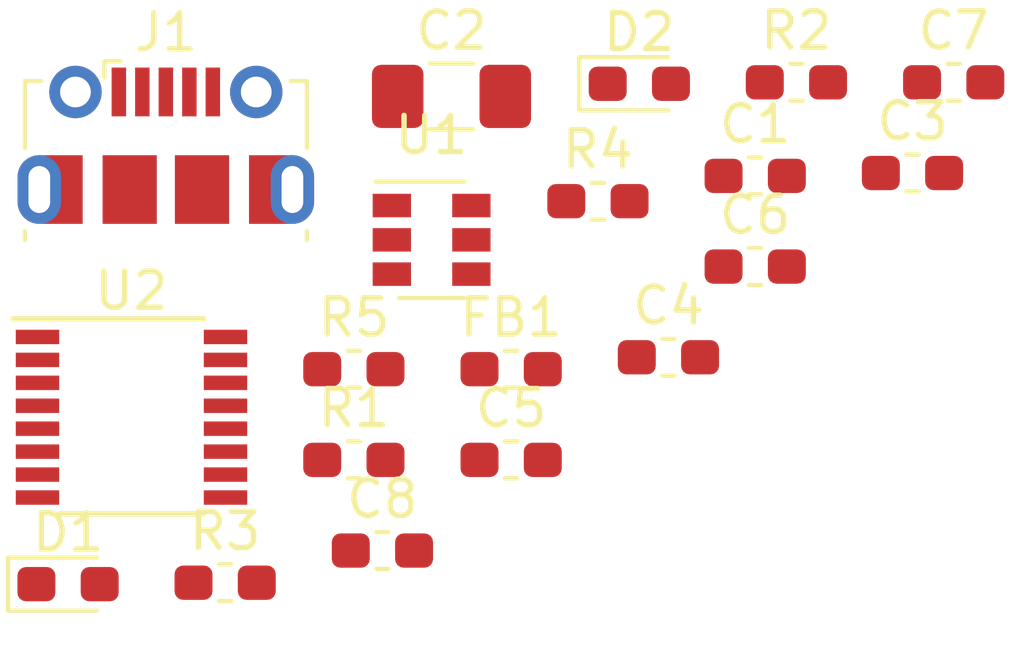
<source format=kicad_pcb>
(kicad_pcb (version 20171130) (host pcbnew "(5.1.6)-1")

  (general
    (thickness 1.6)
    (drawings 0)
    (tracks 0)
    (zones 0)
    (modules 19)
    (nets 23)
  )

  (page A4)
  (layers
    (0 F.Cu signal)
    (31 B.Cu signal)
    (32 B.Adhes user)
    (33 F.Adhes user)
    (34 B.Paste user)
    (35 F.Paste user)
    (36 B.SilkS user)
    (37 F.SilkS user)
    (38 B.Mask user)
    (39 F.Mask user)
    (40 Dwgs.User user)
    (41 Cmts.User user)
    (42 Eco1.User user)
    (43 Eco2.User user)
    (44 Edge.Cuts user)
    (45 Margin user)
    (46 B.CrtYd user)
    (47 F.CrtYd user)
    (48 B.Fab user)
    (49 F.Fab user)
  )

  (setup
    (last_trace_width 0.25)
    (trace_clearance 0.2)
    (zone_clearance 0.508)
    (zone_45_only no)
    (trace_min 0.2)
    (via_size 0.8)
    (via_drill 0.4)
    (via_min_size 0.4)
    (via_min_drill 0.3)
    (uvia_size 0.3)
    (uvia_drill 0.1)
    (uvias_allowed no)
    (uvia_min_size 0.2)
    (uvia_min_drill 0.1)
    (edge_width 0.05)
    (segment_width 0.2)
    (pcb_text_width 0.3)
    (pcb_text_size 1.5 1.5)
    (mod_edge_width 0.12)
    (mod_text_size 1 1)
    (mod_text_width 0.15)
    (pad_size 1.524 1.524)
    (pad_drill 0.762)
    (pad_to_mask_clearance 0.05)
    (aux_axis_origin 0 0)
    (visible_elements FFFFFF7F)
    (pcbplotparams
      (layerselection 0x010fc_ffffffff)
      (usegerberextensions false)
      (usegerberattributes true)
      (usegerberadvancedattributes true)
      (creategerberjobfile true)
      (excludeedgelayer true)
      (linewidth 0.100000)
      (plotframeref false)
      (viasonmask false)
      (mode 1)
      (useauxorigin false)
      (hpglpennumber 1)
      (hpglpenspeed 20)
      (hpglpendiameter 15.000000)
      (psnegative false)
      (psa4output false)
      (plotreference true)
      (plotvalue true)
      (plotinvisibletext false)
      (padsonsilk false)
      (subtractmaskfromsilk false)
      (outputformat 1)
      (mirror false)
      (drillshape 1)
      (scaleselection 1)
      (outputdirectory ""))
  )

  (net 0 "")
  (net 1 GND)
  (net 2 VOUT)
  (net 3 "Net-(C3-Pad1)")
  (net 4 "Net-(C5-Pad2)")
  (net 5 "Net-(C6-Pad1)")
  (net 6 "Net-(C7-Pad1)")
  (net 7 "Net-(C8-Pad1)")
  (net 8 "Net-(D1-Pad2)")
  (net 9 "Net-(D1-Pad1)")
  (net 10 "Net-(D2-Pad2)")
  (net 11 "Net-(D2-Pad1)")
  (net 12 "Net-(J1-Pad3)")
  (net 13 "Net-(J1-Pad4)")
  (net 14 "Net-(J1-Pad2)")
  (net 15 "Net-(R3-Pad1)")
  (net 16 "Net-(R4-Pad1)")
  (net 17 "Net-(U2-Pad16)")
  (net 18 "Net-(U2-Pad15)")
  (net 19 "Net-(U2-Pad6)")
  (net 20 RXD)
  (net 21 "Net-(U2-Pad2)")
  (net 22 TXD)

  (net_class Default "This is the default net class."
    (clearance 0.2)
    (trace_width 0.25)
    (via_dia 0.8)
    (via_drill 0.4)
    (uvia_dia 0.3)
    (uvia_drill 0.1)
    (add_net GND)
    (add_net "Net-(C3-Pad1)")
    (add_net "Net-(C5-Pad2)")
    (add_net "Net-(C6-Pad1)")
    (add_net "Net-(C7-Pad1)")
    (add_net "Net-(C8-Pad1)")
    (add_net "Net-(D1-Pad1)")
    (add_net "Net-(D1-Pad2)")
    (add_net "Net-(D2-Pad1)")
    (add_net "Net-(D2-Pad2)")
    (add_net "Net-(J1-Pad2)")
    (add_net "Net-(J1-Pad3)")
    (add_net "Net-(J1-Pad4)")
    (add_net "Net-(R3-Pad1)")
    (add_net "Net-(R4-Pad1)")
    (add_net "Net-(U2-Pad15)")
    (add_net "Net-(U2-Pad16)")
    (add_net "Net-(U2-Pad2)")
    (add_net "Net-(U2-Pad6)")
    (add_net RXD)
    (add_net TXD)
    (add_net VOUT)
  )

  (module Package_SO:SSOP-16_3.9x4.9mm_P0.635mm (layer F.Cu) (tedit 5A02F25C) (tstamp 5F08DDCC)
    (at 173.25 142.57)
    (descr "SSOP16: plastic shrink small outline package; 16 leads; body width 3.9 mm; lead pitch 0.635; (see NXP SSOP-TSSOP-VSO-REFLOW.pdf and sot519-1_po.pdf)")
    (tags "SSOP 0.635")
    (path /5F08ED8D/5F0950A1)
    (attr smd)
    (fp_text reference U2 (at 0 -3.5) (layer F.SilkS)
      (effects (font (size 1 1) (thickness 0.15)))
    )
    (fp_text value FT230XS (at 0 3.5) (layer F.Fab)
      (effects (font (size 1 1) (thickness 0.15)))
    )
    (fp_text user %R (at 0 0) (layer F.Fab)
      (effects (font (size 0.8 0.8) (thickness 0.15)))
    )
    (fp_line (start -0.95 -2.45) (end 1.95 -2.45) (layer F.Fab) (width 0.15))
    (fp_line (start 1.95 -2.45) (end 1.95 2.45) (layer F.Fab) (width 0.15))
    (fp_line (start 1.95 2.45) (end -1.95 2.45) (layer F.Fab) (width 0.15))
    (fp_line (start -1.95 2.45) (end -1.95 -1.45) (layer F.Fab) (width 0.15))
    (fp_line (start -1.95 -1.45) (end -0.95 -2.45) (layer F.Fab) (width 0.15))
    (fp_line (start -3.45 -2.85) (end -3.45 2.8) (layer F.CrtYd) (width 0.05))
    (fp_line (start 3.45 -2.85) (end 3.45 2.8) (layer F.CrtYd) (width 0.05))
    (fp_line (start -3.45 -2.85) (end 3.45 -2.85) (layer F.CrtYd) (width 0.05))
    (fp_line (start -3.45 2.8) (end 3.45 2.8) (layer F.CrtYd) (width 0.05))
    (fp_line (start -2 2.675) (end 2 2.675) (layer F.SilkS) (width 0.15))
    (fp_line (start -3.275 -2.725) (end 2 -2.725) (layer F.SilkS) (width 0.15))
    (pad 16 smd rect (at 2.6 -2.2225) (size 1.2 0.4) (layers F.Cu F.Paste F.Mask)
      (net 17 "Net-(U2-Pad16)"))
    (pad 15 smd rect (at 2.6 -1.5875) (size 1.2 0.4) (layers F.Cu F.Paste F.Mask)
      (net 18 "Net-(U2-Pad15)"))
    (pad 14 smd rect (at 2.6 -0.9525) (size 1.2 0.4) (layers F.Cu F.Paste F.Mask)
      (net 9 "Net-(D1-Pad1)"))
    (pad 13 smd rect (at 2.6 -0.3175) (size 1.2 0.4) (layers F.Cu F.Paste F.Mask)
      (net 1 GND))
    (pad 12 smd rect (at 2.6 0.3175) (size 1.2 0.4) (layers F.Cu F.Paste F.Mask)
      (net 2 VOUT))
    (pad 11 smd rect (at 2.6 0.9525) (size 1.2 0.4) (layers F.Cu F.Paste F.Mask)
      (net 7 "Net-(C8-Pad1)"))
    (pad 10 smd rect (at 2.6 1.5875) (size 1.2 0.4) (layers F.Cu F.Paste F.Mask)
      (net 7 "Net-(C8-Pad1)"))
    (pad 9 smd rect (at 2.6 2.2225) (size 1.2 0.4) (layers F.Cu F.Paste F.Mask)
      (net 15 "Net-(R3-Pad1)"))
    (pad 8 smd rect (at -2.6 2.2225) (size 1.2 0.4) (layers F.Cu F.Paste F.Mask)
      (net 16 "Net-(R4-Pad1)"))
    (pad 7 smd rect (at -2.6 1.5875) (size 1.2 0.4) (layers F.Cu F.Paste F.Mask)
      (net 11 "Net-(D2-Pad1)"))
    (pad 6 smd rect (at -2.6 0.9525) (size 1.2 0.4) (layers F.Cu F.Paste F.Mask)
      (net 19 "Net-(U2-Pad6)"))
    (pad 5 smd rect (at -2.6 0.3175) (size 1.2 0.4) (layers F.Cu F.Paste F.Mask)
      (net 1 GND))
    (pad 4 smd rect (at -2.6 -0.3175) (size 1.2 0.4) (layers F.Cu F.Paste F.Mask)
      (net 20 RXD))
    (pad 3 smd rect (at -2.6 -0.9525) (size 1.2 0.4) (layers F.Cu F.Paste F.Mask)
      (net 7 "Net-(C8-Pad1)"))
    (pad 2 smd rect (at -2.6 -1.5875) (size 1.2 0.4) (layers F.Cu F.Paste F.Mask)
      (net 21 "Net-(U2-Pad2)"))
    (pad 1 smd rect (at -2.6 -2.2225) (size 1.2 0.4) (layers F.Cu F.Paste F.Mask)
      (net 22 TXD))
    (model ${KISYS3DMOD}/Package_SO.3dshapes/SSOP-16_3.9x4.9mm_P0.635mm.wrl
      (at (xyz 0 0 0))
      (scale (xyz 1 1 1))
      (rotate (xyz 0 0 0))
    )
  )

  (module Package_TO_SOT_SMD:SOT-23-6 (layer F.Cu) (tedit 5A02FF57) (tstamp 5F08DDAC)
    (at 181.55 137.66)
    (descr "6-pin SOT-23 package")
    (tags SOT-23-6)
    (path /5F08ED8D/5F09511D)
    (attr smd)
    (fp_text reference U1 (at 0 -2.9) (layer F.SilkS)
      (effects (font (size 1 1) (thickness 0.15)))
    )
    (fp_text value USBLC6-2SC6_new (at 0 2.9) (layer F.Fab)
      (effects (font (size 1 1) (thickness 0.15)))
    )
    (fp_text user %R (at 0 0 90) (layer F.Fab)
      (effects (font (size 0.5 0.5) (thickness 0.075)))
    )
    (fp_line (start -0.9 1.61) (end 0.9 1.61) (layer F.SilkS) (width 0.12))
    (fp_line (start 0.9 -1.61) (end -1.55 -1.61) (layer F.SilkS) (width 0.12))
    (fp_line (start 1.9 -1.8) (end -1.9 -1.8) (layer F.CrtYd) (width 0.05))
    (fp_line (start 1.9 1.8) (end 1.9 -1.8) (layer F.CrtYd) (width 0.05))
    (fp_line (start -1.9 1.8) (end 1.9 1.8) (layer F.CrtYd) (width 0.05))
    (fp_line (start -1.9 -1.8) (end -1.9 1.8) (layer F.CrtYd) (width 0.05))
    (fp_line (start -0.9 -0.9) (end -0.25 -1.55) (layer F.Fab) (width 0.1))
    (fp_line (start 0.9 -1.55) (end -0.25 -1.55) (layer F.Fab) (width 0.1))
    (fp_line (start -0.9 -0.9) (end -0.9 1.55) (layer F.Fab) (width 0.1))
    (fp_line (start 0.9 1.55) (end -0.9 1.55) (layer F.Fab) (width 0.1))
    (fp_line (start 0.9 -1.55) (end 0.9 1.55) (layer F.Fab) (width 0.1))
    (pad 5 smd rect (at 1.1 0) (size 1.06 0.65) (layers F.Cu F.Paste F.Mask)
      (net 2 VOUT))
    (pad 6 smd rect (at 1.1 -0.95) (size 1.06 0.65) (layers F.Cu F.Paste F.Mask)
      (net 6 "Net-(C7-Pad1)"))
    (pad 4 smd rect (at 1.1 0.95) (size 1.06 0.65) (layers F.Cu F.Paste F.Mask)
      (net 5 "Net-(C6-Pad1)"))
    (pad 3 smd rect (at -1.1 0.95) (size 1.06 0.65) (layers F.Cu F.Paste F.Mask)
      (net 14 "Net-(J1-Pad2)"))
    (pad 2 smd rect (at -1.1 0) (size 1.06 0.65) (layers F.Cu F.Paste F.Mask)
      (net 1 GND))
    (pad 1 smd rect (at -1.1 -0.95) (size 1.06 0.65) (layers F.Cu F.Paste F.Mask)
      (net 12 "Net-(J1-Pad3)"))
    (model ${KISYS3DMOD}/Package_TO_SOT_SMD.3dshapes/SOT-23-6.wrl
      (at (xyz 0 0 0))
      (scale (xyz 1 1 1))
      (rotate (xyz 0 0 0))
    )
  )

  (module Resistor_SMD:R_0603_1608Metric_Pad1.05x0.95mm_HandSolder (layer F.Cu) (tedit 5B301BBD) (tstamp 5F08DD96)
    (at 179.4 141.24)
    (descr "Resistor SMD 0603 (1608 Metric), square (rectangular) end terminal, IPC_7351 nominal with elongated pad for handsoldering. (Body size source: http://www.tortai-tech.com/upload/download/2011102023233369053.pdf), generated with kicad-footprint-generator")
    (tags "resistor handsolder")
    (path /5F08ED8D/5F0950E1)
    (attr smd)
    (fp_text reference R5 (at 0 -1.43) (layer F.SilkS)
      (effects (font (size 1 1) (thickness 0.15)))
    )
    (fp_text value 100k (at 0 1.43) (layer F.Fab)
      (effects (font (size 1 1) (thickness 0.15)))
    )
    (fp_text user %R (at 0 0) (layer F.Fab)
      (effects (font (size 0.4 0.4) (thickness 0.06)))
    )
    (fp_line (start -0.8 0.4) (end -0.8 -0.4) (layer F.Fab) (width 0.1))
    (fp_line (start -0.8 -0.4) (end 0.8 -0.4) (layer F.Fab) (width 0.1))
    (fp_line (start 0.8 -0.4) (end 0.8 0.4) (layer F.Fab) (width 0.1))
    (fp_line (start 0.8 0.4) (end -0.8 0.4) (layer F.Fab) (width 0.1))
    (fp_line (start -0.171267 -0.51) (end 0.171267 -0.51) (layer F.SilkS) (width 0.12))
    (fp_line (start -0.171267 0.51) (end 0.171267 0.51) (layer F.SilkS) (width 0.12))
    (fp_line (start -1.65 0.73) (end -1.65 -0.73) (layer F.CrtYd) (width 0.05))
    (fp_line (start -1.65 -0.73) (end 1.65 -0.73) (layer F.CrtYd) (width 0.05))
    (fp_line (start 1.65 -0.73) (end 1.65 0.73) (layer F.CrtYd) (width 0.05))
    (fp_line (start 1.65 0.73) (end -1.65 0.73) (layer F.CrtYd) (width 0.05))
    (pad 2 smd roundrect (at 0.875 0) (size 1.05 0.95) (layers F.Cu F.Paste F.Mask) (roundrect_rratio 0.25)
      (net 4 "Net-(C5-Pad2)"))
    (pad 1 smd roundrect (at -0.875 0) (size 1.05 0.95) (layers F.Cu F.Paste F.Mask) (roundrect_rratio 0.25)
      (net 1 GND))
    (model ${KISYS3DMOD}/Resistor_SMD.3dshapes/R_0603_1608Metric.wrl
      (at (xyz 0 0 0))
      (scale (xyz 1 1 1))
      (rotate (xyz 0 0 0))
    )
  )

  (module Resistor_SMD:R_0603_1608Metric_Pad1.05x0.95mm_HandSolder (layer F.Cu) (tedit 5B301BBD) (tstamp 5F08DD85)
    (at 186.15 136.59)
    (descr "Resistor SMD 0603 (1608 Metric), square (rectangular) end terminal, IPC_7351 nominal with elongated pad for handsoldering. (Body size source: http://www.tortai-tech.com/upload/download/2011102023233369053.pdf), generated with kicad-footprint-generator")
    (tags "resistor handsolder")
    (path /5F08ED8D/5F095040)
    (attr smd)
    (fp_text reference R4 (at 0 -1.43) (layer F.SilkS)
      (effects (font (size 1 1) (thickness 0.15)))
    )
    (fp_text value 27R (at 0 1.43) (layer F.Fab)
      (effects (font (size 1 1) (thickness 0.15)))
    )
    (fp_text user %R (at 0 0) (layer F.Fab)
      (effects (font (size 0.4 0.4) (thickness 0.06)))
    )
    (fp_line (start -0.8 0.4) (end -0.8 -0.4) (layer F.Fab) (width 0.1))
    (fp_line (start -0.8 -0.4) (end 0.8 -0.4) (layer F.Fab) (width 0.1))
    (fp_line (start 0.8 -0.4) (end 0.8 0.4) (layer F.Fab) (width 0.1))
    (fp_line (start 0.8 0.4) (end -0.8 0.4) (layer F.Fab) (width 0.1))
    (fp_line (start -0.171267 -0.51) (end 0.171267 -0.51) (layer F.SilkS) (width 0.12))
    (fp_line (start -0.171267 0.51) (end 0.171267 0.51) (layer F.SilkS) (width 0.12))
    (fp_line (start -1.65 0.73) (end -1.65 -0.73) (layer F.CrtYd) (width 0.05))
    (fp_line (start -1.65 -0.73) (end 1.65 -0.73) (layer F.CrtYd) (width 0.05))
    (fp_line (start 1.65 -0.73) (end 1.65 0.73) (layer F.CrtYd) (width 0.05))
    (fp_line (start 1.65 0.73) (end -1.65 0.73) (layer F.CrtYd) (width 0.05))
    (pad 2 smd roundrect (at 0.875 0) (size 1.05 0.95) (layers F.Cu F.Paste F.Mask) (roundrect_rratio 0.25)
      (net 6 "Net-(C7-Pad1)"))
    (pad 1 smd roundrect (at -0.875 0) (size 1.05 0.95) (layers F.Cu F.Paste F.Mask) (roundrect_rratio 0.25)
      (net 16 "Net-(R4-Pad1)"))
    (model ${KISYS3DMOD}/Resistor_SMD.3dshapes/R_0603_1608Metric.wrl
      (at (xyz 0 0 0))
      (scale (xyz 1 1 1))
      (rotate (xyz 0 0 0))
    )
  )

  (module Resistor_SMD:R_0603_1608Metric_Pad1.05x0.95mm_HandSolder (layer F.Cu) (tedit 5B301BBD) (tstamp 5F08DD74)
    (at 175.84 147.15)
    (descr "Resistor SMD 0603 (1608 Metric), square (rectangular) end terminal, IPC_7351 nominal with elongated pad for handsoldering. (Body size source: http://www.tortai-tech.com/upload/download/2011102023233369053.pdf), generated with kicad-footprint-generator")
    (tags "resistor handsolder")
    (path /5F08ED8D/5F09503A)
    (attr smd)
    (fp_text reference R3 (at 0 -1.43) (layer F.SilkS)
      (effects (font (size 1 1) (thickness 0.15)))
    )
    (fp_text value 27R (at 0 1.43) (layer F.Fab)
      (effects (font (size 1 1) (thickness 0.15)))
    )
    (fp_text user %R (at 0 0) (layer F.Fab)
      (effects (font (size 0.4 0.4) (thickness 0.06)))
    )
    (fp_line (start -0.8 0.4) (end -0.8 -0.4) (layer F.Fab) (width 0.1))
    (fp_line (start -0.8 -0.4) (end 0.8 -0.4) (layer F.Fab) (width 0.1))
    (fp_line (start 0.8 -0.4) (end 0.8 0.4) (layer F.Fab) (width 0.1))
    (fp_line (start 0.8 0.4) (end -0.8 0.4) (layer F.Fab) (width 0.1))
    (fp_line (start -0.171267 -0.51) (end 0.171267 -0.51) (layer F.SilkS) (width 0.12))
    (fp_line (start -0.171267 0.51) (end 0.171267 0.51) (layer F.SilkS) (width 0.12))
    (fp_line (start -1.65 0.73) (end -1.65 -0.73) (layer F.CrtYd) (width 0.05))
    (fp_line (start -1.65 -0.73) (end 1.65 -0.73) (layer F.CrtYd) (width 0.05))
    (fp_line (start 1.65 -0.73) (end 1.65 0.73) (layer F.CrtYd) (width 0.05))
    (fp_line (start 1.65 0.73) (end -1.65 0.73) (layer F.CrtYd) (width 0.05))
    (pad 2 smd roundrect (at 0.875 0) (size 1.05 0.95) (layers F.Cu F.Paste F.Mask) (roundrect_rratio 0.25)
      (net 5 "Net-(C6-Pad1)"))
    (pad 1 smd roundrect (at -0.875 0) (size 1.05 0.95) (layers F.Cu F.Paste F.Mask) (roundrect_rratio 0.25)
      (net 15 "Net-(R3-Pad1)"))
    (model ${KISYS3DMOD}/Resistor_SMD.3dshapes/R_0603_1608Metric.wrl
      (at (xyz 0 0 0))
      (scale (xyz 1 1 1))
      (rotate (xyz 0 0 0))
    )
  )

  (module Resistor_SMD:R_0603_1608Metric_Pad1.05x0.95mm_HandSolder (layer F.Cu) (tedit 5B301BBD) (tstamp 5F08DD63)
    (at 191.64 133.3)
    (descr "Resistor SMD 0603 (1608 Metric), square (rectangular) end terminal, IPC_7351 nominal with elongated pad for handsoldering. (Body size source: http://www.tortai-tech.com/upload/download/2011102023233369053.pdf), generated with kicad-footprint-generator")
    (tags "resistor handsolder")
    (path /5F08ED8D/5F095092)
    (attr smd)
    (fp_text reference R2 (at 0 -1.43) (layer F.SilkS)
      (effects (font (size 1 1) (thickness 0.15)))
    )
    (fp_text value 270R (at 0 1.43) (layer F.Fab)
      (effects (font (size 1 1) (thickness 0.15)))
    )
    (fp_text user %R (at 0 0) (layer F.Fab)
      (effects (font (size 0.4 0.4) (thickness 0.06)))
    )
    (fp_line (start -0.8 0.4) (end -0.8 -0.4) (layer F.Fab) (width 0.1))
    (fp_line (start -0.8 -0.4) (end 0.8 -0.4) (layer F.Fab) (width 0.1))
    (fp_line (start 0.8 -0.4) (end 0.8 0.4) (layer F.Fab) (width 0.1))
    (fp_line (start 0.8 0.4) (end -0.8 0.4) (layer F.Fab) (width 0.1))
    (fp_line (start -0.171267 -0.51) (end 0.171267 -0.51) (layer F.SilkS) (width 0.12))
    (fp_line (start -0.171267 0.51) (end 0.171267 0.51) (layer F.SilkS) (width 0.12))
    (fp_line (start -1.65 0.73) (end -1.65 -0.73) (layer F.CrtYd) (width 0.05))
    (fp_line (start -1.65 -0.73) (end 1.65 -0.73) (layer F.CrtYd) (width 0.05))
    (fp_line (start 1.65 -0.73) (end 1.65 0.73) (layer F.CrtYd) (width 0.05))
    (fp_line (start 1.65 0.73) (end -1.65 0.73) (layer F.CrtYd) (width 0.05))
    (pad 2 smd roundrect (at 0.875 0) (size 1.05 0.95) (layers F.Cu F.Paste F.Mask) (roundrect_rratio 0.25)
      (net 10 "Net-(D2-Pad2)"))
    (pad 1 smd roundrect (at -0.875 0) (size 1.05 0.95) (layers F.Cu F.Paste F.Mask) (roundrect_rratio 0.25)
      (net 7 "Net-(C8-Pad1)"))
    (model ${KISYS3DMOD}/Resistor_SMD.3dshapes/R_0603_1608Metric.wrl
      (at (xyz 0 0 0))
      (scale (xyz 1 1 1))
      (rotate (xyz 0 0 0))
    )
  )

  (module Resistor_SMD:R_0603_1608Metric_Pad1.05x0.95mm_HandSolder (layer F.Cu) (tedit 5B301BBD) (tstamp 5F08DD52)
    (at 179.4 143.75)
    (descr "Resistor SMD 0603 (1608 Metric), square (rectangular) end terminal, IPC_7351 nominal with elongated pad for handsoldering. (Body size source: http://www.tortai-tech.com/upload/download/2011102023233369053.pdf), generated with kicad-footprint-generator")
    (tags "resistor handsolder")
    (path /5F08ED8D/5F095098)
    (attr smd)
    (fp_text reference R1 (at 0 -1.43) (layer F.SilkS)
      (effects (font (size 1 1) (thickness 0.15)))
    )
    (fp_text value 270R (at 0 1.43) (layer F.Fab)
      (effects (font (size 1 1) (thickness 0.15)))
    )
    (fp_text user %R (at 0 0) (layer F.Fab)
      (effects (font (size 0.4 0.4) (thickness 0.06)))
    )
    (fp_line (start -0.8 0.4) (end -0.8 -0.4) (layer F.Fab) (width 0.1))
    (fp_line (start -0.8 -0.4) (end 0.8 -0.4) (layer F.Fab) (width 0.1))
    (fp_line (start 0.8 -0.4) (end 0.8 0.4) (layer F.Fab) (width 0.1))
    (fp_line (start 0.8 0.4) (end -0.8 0.4) (layer F.Fab) (width 0.1))
    (fp_line (start -0.171267 -0.51) (end 0.171267 -0.51) (layer F.SilkS) (width 0.12))
    (fp_line (start -0.171267 0.51) (end 0.171267 0.51) (layer F.SilkS) (width 0.12))
    (fp_line (start -1.65 0.73) (end -1.65 -0.73) (layer F.CrtYd) (width 0.05))
    (fp_line (start -1.65 -0.73) (end 1.65 -0.73) (layer F.CrtYd) (width 0.05))
    (fp_line (start 1.65 -0.73) (end 1.65 0.73) (layer F.CrtYd) (width 0.05))
    (fp_line (start 1.65 0.73) (end -1.65 0.73) (layer F.CrtYd) (width 0.05))
    (pad 2 smd roundrect (at 0.875 0) (size 1.05 0.95) (layers F.Cu F.Paste F.Mask) (roundrect_rratio 0.25)
      (net 7 "Net-(C8-Pad1)"))
    (pad 1 smd roundrect (at -0.875 0) (size 1.05 0.95) (layers F.Cu F.Paste F.Mask) (roundrect_rratio 0.25)
      (net 8 "Net-(D1-Pad2)"))
    (model ${KISYS3DMOD}/Resistor_SMD.3dshapes/R_0603_1608Metric.wrl
      (at (xyz 0 0 0))
      (scale (xyz 1 1 1))
      (rotate (xyz 0 0 0))
    )
  )

  (module Connector_USB:USB_Micro-B_Molex-105017-0001 (layer F.Cu) (tedit 5A1DC0BE) (tstamp 5F08DD41)
    (at 174.2 135.03)
    (descr http://www.molex.com/pdm_docs/sd/1050170001_sd.pdf)
    (tags "Micro-USB SMD Typ-B")
    (path /5F08ED8D/5F095083)
    (attr smd)
    (fp_text reference J1 (at 0 -3.1125) (layer F.SilkS)
      (effects (font (size 1 1) (thickness 0.15)))
    )
    (fp_text value USB_B_Micro (at 0.3 4.3375) (layer F.Fab)
      (effects (font (size 1 1) (thickness 0.15)))
    )
    (fp_text user %R (at 0 0.8875) (layer F.Fab)
      (effects (font (size 1 1) (thickness 0.15)))
    )
    (fp_text user "PCB Edge" (at 0 2.6875) (layer Dwgs.User)
      (effects (font (size 0.5 0.5) (thickness 0.08)))
    )
    (fp_line (start -4.4 3.64) (end 4.4 3.64) (layer F.CrtYd) (width 0.05))
    (fp_line (start 4.4 -2.46) (end 4.4 3.64) (layer F.CrtYd) (width 0.05))
    (fp_line (start -4.4 -2.46) (end 4.4 -2.46) (layer F.CrtYd) (width 0.05))
    (fp_line (start -4.4 3.64) (end -4.4 -2.46) (layer F.CrtYd) (width 0.05))
    (fp_line (start -3.9 -1.7625) (end -3.45 -1.7625) (layer F.SilkS) (width 0.12))
    (fp_line (start -3.9 0.0875) (end -3.9 -1.7625) (layer F.SilkS) (width 0.12))
    (fp_line (start 3.9 2.6375) (end 3.9 2.3875) (layer F.SilkS) (width 0.12))
    (fp_line (start 3.75 3.3875) (end 3.75 -1.6125) (layer F.Fab) (width 0.1))
    (fp_line (start -3 2.689204) (end 3 2.689204) (layer F.Fab) (width 0.1))
    (fp_line (start -3.75 3.389204) (end 3.75 3.389204) (layer F.Fab) (width 0.1))
    (fp_line (start -3.75 -1.6125) (end 3.75 -1.6125) (layer F.Fab) (width 0.1))
    (fp_line (start -3.75 3.3875) (end -3.75 -1.6125) (layer F.Fab) (width 0.1))
    (fp_line (start -3.9 2.6375) (end -3.9 2.3875) (layer F.SilkS) (width 0.12))
    (fp_line (start 3.9 0.0875) (end 3.9 -1.7625) (layer F.SilkS) (width 0.12))
    (fp_line (start 3.9 -1.7625) (end 3.45 -1.7625) (layer F.SilkS) (width 0.12))
    (fp_line (start -1.7 -2.3125) (end -1.25 -2.3125) (layer F.SilkS) (width 0.12))
    (fp_line (start -1.7 -2.3125) (end -1.7 -1.8625) (layer F.SilkS) (width 0.12))
    (fp_line (start -1.3 -1.7125) (end -1.5 -1.9125) (layer F.Fab) (width 0.1))
    (fp_line (start -1.1 -1.9125) (end -1.3 -1.7125) (layer F.Fab) (width 0.1))
    (fp_line (start -1.5 -2.1225) (end -1.1 -2.1225) (layer F.Fab) (width 0.1))
    (fp_line (start -1.5 -2.1225) (end -1.5 -1.9125) (layer F.Fab) (width 0.1))
    (fp_line (start -1.1 -2.1225) (end -1.1 -1.9125) (layer F.Fab) (width 0.1))
    (pad 6 smd rect (at -2.9 1.2375) (size 1.2 1.9) (layers F.Cu F.Mask)
      (net 4 "Net-(C5-Pad2)"))
    (pad 6 smd rect (at 2.9 1.2375) (size 1.2 1.9) (layers F.Cu F.Mask)
      (net 4 "Net-(C5-Pad2)"))
    (pad 6 thru_hole oval (at 3.5 1.2375) (size 1.2 1.9) (drill oval 0.6 1.3) (layers *.Cu *.Mask)
      (net 4 "Net-(C5-Pad2)"))
    (pad 6 thru_hole oval (at -3.5 1.2375 180) (size 1.2 1.9) (drill oval 0.6 1.3) (layers *.Cu *.Mask)
      (net 4 "Net-(C5-Pad2)"))
    (pad 6 smd rect (at -1 1.2375) (size 1.5 1.9) (layers F.Cu F.Paste F.Mask)
      (net 4 "Net-(C5-Pad2)"))
    (pad 6 thru_hole circle (at 2.5 -1.4625) (size 1.45 1.45) (drill 0.85) (layers *.Cu *.Mask)
      (net 4 "Net-(C5-Pad2)"))
    (pad 3 smd rect (at 0 -1.4625) (size 0.4 1.35) (layers F.Cu F.Paste F.Mask)
      (net 12 "Net-(J1-Pad3)"))
    (pad 4 smd rect (at 0.65 -1.4625) (size 0.4 1.35) (layers F.Cu F.Paste F.Mask)
      (net 13 "Net-(J1-Pad4)"))
    (pad 5 smd rect (at 1.3 -1.4625) (size 0.4 1.35) (layers F.Cu F.Paste F.Mask)
      (net 1 GND))
    (pad 1 smd rect (at -1.3 -1.4625) (size 0.4 1.35) (layers F.Cu F.Paste F.Mask)
      (net 3 "Net-(C3-Pad1)"))
    (pad 2 smd rect (at -0.65 -1.4625) (size 0.4 1.35) (layers F.Cu F.Paste F.Mask)
      (net 14 "Net-(J1-Pad2)"))
    (pad 6 thru_hole circle (at -2.5 -1.4625) (size 1.45 1.45) (drill 0.85) (layers *.Cu *.Mask)
      (net 4 "Net-(C5-Pad2)"))
    (pad 6 smd rect (at 1 1.2375) (size 1.5 1.9) (layers F.Cu F.Paste F.Mask)
      (net 4 "Net-(C5-Pad2)"))
    (model ${KISYS3DMOD}/Connector_USB.3dshapes/USB_Micro-B_Molex-105017-0001.wrl
      (at (xyz 0 0 0))
      (scale (xyz 1 1 1))
      (rotate (xyz 0 0 0))
    )
  )

  (module Inductor_SMD:L_0603_1608Metric_Pad1.05x0.95mm_HandSolder (layer F.Cu) (tedit 5B301BBE) (tstamp 5F08DD18)
    (at 183.75 141.24)
    (descr "Capacitor SMD 0603 (1608 Metric), square (rectangular) end terminal, IPC_7351 nominal with elongated pad for handsoldering. (Body size source: http://www.tortai-tech.com/upload/download/2011102023233369053.pdf), generated with kicad-footprint-generator")
    (tags "inductor handsolder")
    (path /5F08ED8D/5F095116)
    (attr smd)
    (fp_text reference FB1 (at 0 -1.43) (layer F.SilkS)
      (effects (font (size 1 1) (thickness 0.15)))
    )
    (fp_text value Ferrite_Bead_Small (at 0 1.43) (layer F.Fab)
      (effects (font (size 1 1) (thickness 0.15)))
    )
    (fp_text user %R (at 0 0) (layer F.Fab)
      (effects (font (size 0.4 0.4) (thickness 0.06)))
    )
    (fp_line (start -0.8 0.4) (end -0.8 -0.4) (layer F.Fab) (width 0.1))
    (fp_line (start -0.8 -0.4) (end 0.8 -0.4) (layer F.Fab) (width 0.1))
    (fp_line (start 0.8 -0.4) (end 0.8 0.4) (layer F.Fab) (width 0.1))
    (fp_line (start 0.8 0.4) (end -0.8 0.4) (layer F.Fab) (width 0.1))
    (fp_line (start -0.171267 -0.51) (end 0.171267 -0.51) (layer F.SilkS) (width 0.12))
    (fp_line (start -0.171267 0.51) (end 0.171267 0.51) (layer F.SilkS) (width 0.12))
    (fp_line (start -1.65 0.73) (end -1.65 -0.73) (layer F.CrtYd) (width 0.05))
    (fp_line (start -1.65 -0.73) (end 1.65 -0.73) (layer F.CrtYd) (width 0.05))
    (fp_line (start 1.65 -0.73) (end 1.65 0.73) (layer F.CrtYd) (width 0.05))
    (fp_line (start 1.65 0.73) (end -1.65 0.73) (layer F.CrtYd) (width 0.05))
    (pad 2 smd roundrect (at 0.875 0) (size 1.05 0.95) (layers F.Cu F.Paste F.Mask) (roundrect_rratio 0.25)
      (net 2 VOUT))
    (pad 1 smd roundrect (at -0.875 0) (size 1.05 0.95) (layers F.Cu F.Paste F.Mask) (roundrect_rratio 0.25)
      (net 3 "Net-(C3-Pad1)"))
    (model ${KISYS3DMOD}/Inductor_SMD.3dshapes/L_0603_1608Metric.wrl
      (at (xyz 0 0 0))
      (scale (xyz 1 1 1))
      (rotate (xyz 0 0 0))
    )
  )

  (module LED_SMD:LED_0603_1608Metric_Pad1.05x0.95mm_HandSolder (layer F.Cu) (tedit 5B4B45C9) (tstamp 5F08DD07)
    (at 187.295 133.34)
    (descr "LED SMD 0603 (1608 Metric), square (rectangular) end terminal, IPC_7351 nominal, (Body size source: http://www.tortai-tech.com/upload/download/2011102023233369053.pdf), generated with kicad-footprint-generator")
    (tags "LED handsolder")
    (path /5F08ED8D/5F0950FF)
    (attr smd)
    (fp_text reference D2 (at 0 -1.43) (layer F.SilkS)
      (effects (font (size 1 1) (thickness 0.15)))
    )
    (fp_text value LED (at 0 1.43) (layer F.Fab)
      (effects (font (size 1 1) (thickness 0.15)))
    )
    (fp_text user %R (at 0 0) (layer F.Fab)
      (effects (font (size 0.4 0.4) (thickness 0.06)))
    )
    (fp_line (start 0.8 -0.4) (end -0.5 -0.4) (layer F.Fab) (width 0.1))
    (fp_line (start -0.5 -0.4) (end -0.8 -0.1) (layer F.Fab) (width 0.1))
    (fp_line (start -0.8 -0.1) (end -0.8 0.4) (layer F.Fab) (width 0.1))
    (fp_line (start -0.8 0.4) (end 0.8 0.4) (layer F.Fab) (width 0.1))
    (fp_line (start 0.8 0.4) (end 0.8 -0.4) (layer F.Fab) (width 0.1))
    (fp_line (start 0.8 -0.735) (end -1.66 -0.735) (layer F.SilkS) (width 0.12))
    (fp_line (start -1.66 -0.735) (end -1.66 0.735) (layer F.SilkS) (width 0.12))
    (fp_line (start -1.66 0.735) (end 0.8 0.735) (layer F.SilkS) (width 0.12))
    (fp_line (start -1.65 0.73) (end -1.65 -0.73) (layer F.CrtYd) (width 0.05))
    (fp_line (start -1.65 -0.73) (end 1.65 -0.73) (layer F.CrtYd) (width 0.05))
    (fp_line (start 1.65 -0.73) (end 1.65 0.73) (layer F.CrtYd) (width 0.05))
    (fp_line (start 1.65 0.73) (end -1.65 0.73) (layer F.CrtYd) (width 0.05))
    (pad 2 smd roundrect (at 0.875 0) (size 1.05 0.95) (layers F.Cu F.Paste F.Mask) (roundrect_rratio 0.25)
      (net 10 "Net-(D2-Pad2)"))
    (pad 1 smd roundrect (at -0.875 0) (size 1.05 0.95) (layers F.Cu F.Paste F.Mask) (roundrect_rratio 0.25)
      (net 11 "Net-(D2-Pad1)"))
    (model ${KISYS3DMOD}/LED_SMD.3dshapes/LED_0603_1608Metric.wrl
      (at (xyz 0 0 0))
      (scale (xyz 1 1 1))
      (rotate (xyz 0 0 0))
    )
  )

  (module LED_SMD:LED_0603_1608Metric_Pad1.05x0.95mm_HandSolder (layer F.Cu) (tedit 5B4B45C9) (tstamp 5F08DCF4)
    (at 171.495 147.19)
    (descr "LED SMD 0603 (1608 Metric), square (rectangular) end terminal, IPC_7351 nominal, (Body size source: http://www.tortai-tech.com/upload/download/2011102023233369053.pdf), generated with kicad-footprint-generator")
    (tags "LED handsolder")
    (path /5F08ED8D/5F095105)
    (attr smd)
    (fp_text reference D1 (at 0 -1.43) (layer F.SilkS)
      (effects (font (size 1 1) (thickness 0.15)))
    )
    (fp_text value LED (at 0 1.43) (layer F.Fab)
      (effects (font (size 1 1) (thickness 0.15)))
    )
    (fp_text user %R (at 0 0) (layer F.Fab)
      (effects (font (size 0.4 0.4) (thickness 0.06)))
    )
    (fp_line (start 0.8 -0.4) (end -0.5 -0.4) (layer F.Fab) (width 0.1))
    (fp_line (start -0.5 -0.4) (end -0.8 -0.1) (layer F.Fab) (width 0.1))
    (fp_line (start -0.8 -0.1) (end -0.8 0.4) (layer F.Fab) (width 0.1))
    (fp_line (start -0.8 0.4) (end 0.8 0.4) (layer F.Fab) (width 0.1))
    (fp_line (start 0.8 0.4) (end 0.8 -0.4) (layer F.Fab) (width 0.1))
    (fp_line (start 0.8 -0.735) (end -1.66 -0.735) (layer F.SilkS) (width 0.12))
    (fp_line (start -1.66 -0.735) (end -1.66 0.735) (layer F.SilkS) (width 0.12))
    (fp_line (start -1.66 0.735) (end 0.8 0.735) (layer F.SilkS) (width 0.12))
    (fp_line (start -1.65 0.73) (end -1.65 -0.73) (layer F.CrtYd) (width 0.05))
    (fp_line (start -1.65 -0.73) (end 1.65 -0.73) (layer F.CrtYd) (width 0.05))
    (fp_line (start 1.65 -0.73) (end 1.65 0.73) (layer F.CrtYd) (width 0.05))
    (fp_line (start 1.65 0.73) (end -1.65 0.73) (layer F.CrtYd) (width 0.05))
    (pad 2 smd roundrect (at 0.875 0) (size 1.05 0.95) (layers F.Cu F.Paste F.Mask) (roundrect_rratio 0.25)
      (net 8 "Net-(D1-Pad2)"))
    (pad 1 smd roundrect (at -0.875 0) (size 1.05 0.95) (layers F.Cu F.Paste F.Mask) (roundrect_rratio 0.25)
      (net 9 "Net-(D1-Pad1)"))
    (model ${KISYS3DMOD}/LED_SMD.3dshapes/LED_0603_1608Metric.wrl
      (at (xyz 0 0 0))
      (scale (xyz 1 1 1))
      (rotate (xyz 0 0 0))
    )
  )

  (module Capacitor_SMD:C_0603_1608Metric_Pad1.05x0.95mm_HandSolder (layer F.Cu) (tedit 5B301BBE) (tstamp 5F08DCE1)
    (at 180.19 146.26)
    (descr "Capacitor SMD 0603 (1608 Metric), square (rectangular) end terminal, IPC_7351 nominal with elongated pad for handsoldering. (Body size source: http://www.tortai-tech.com/upload/download/2011102023233369053.pdf), generated with kicad-footprint-generator")
    (tags "capacitor handsolder")
    (path /5F08ED8D/5F09506B)
    (attr smd)
    (fp_text reference C8 (at 0 -1.43) (layer F.SilkS)
      (effects (font (size 1 1) (thickness 0.15)))
    )
    (fp_text value 100nF (at 0 1.43) (layer F.Fab)
      (effects (font (size 1 1) (thickness 0.15)))
    )
    (fp_text user %R (at 0 0) (layer F.Fab)
      (effects (font (size 0.4 0.4) (thickness 0.06)))
    )
    (fp_line (start -0.8 0.4) (end -0.8 -0.4) (layer F.Fab) (width 0.1))
    (fp_line (start -0.8 -0.4) (end 0.8 -0.4) (layer F.Fab) (width 0.1))
    (fp_line (start 0.8 -0.4) (end 0.8 0.4) (layer F.Fab) (width 0.1))
    (fp_line (start 0.8 0.4) (end -0.8 0.4) (layer F.Fab) (width 0.1))
    (fp_line (start -0.171267 -0.51) (end 0.171267 -0.51) (layer F.SilkS) (width 0.12))
    (fp_line (start -0.171267 0.51) (end 0.171267 0.51) (layer F.SilkS) (width 0.12))
    (fp_line (start -1.65 0.73) (end -1.65 -0.73) (layer F.CrtYd) (width 0.05))
    (fp_line (start -1.65 -0.73) (end 1.65 -0.73) (layer F.CrtYd) (width 0.05))
    (fp_line (start 1.65 -0.73) (end 1.65 0.73) (layer F.CrtYd) (width 0.05))
    (fp_line (start 1.65 0.73) (end -1.65 0.73) (layer F.CrtYd) (width 0.05))
    (pad 2 smd roundrect (at 0.875 0) (size 1.05 0.95) (layers F.Cu F.Paste F.Mask) (roundrect_rratio 0.25)
      (net 1 GND))
    (pad 1 smd roundrect (at -0.875 0) (size 1.05 0.95) (layers F.Cu F.Paste F.Mask) (roundrect_rratio 0.25)
      (net 7 "Net-(C8-Pad1)"))
    (model ${KISYS3DMOD}/Capacitor_SMD.3dshapes/C_0603_1608Metric.wrl
      (at (xyz 0 0 0))
      (scale (xyz 1 1 1))
      (rotate (xyz 0 0 0))
    )
  )

  (module Capacitor_SMD:C_0603_1608Metric_Pad1.05x0.95mm_HandSolder (layer F.Cu) (tedit 5B301BBE) (tstamp 5F08DCD0)
    (at 195.99 133.3)
    (descr "Capacitor SMD 0603 (1608 Metric), square (rectangular) end terminal, IPC_7351 nominal with elongated pad for handsoldering. (Body size source: http://www.tortai-tech.com/upload/download/2011102023233369053.pdf), generated with kicad-footprint-generator")
    (tags "capacitor handsolder")
    (path /5F08ED8D/5F095046)
    (attr smd)
    (fp_text reference C7 (at 0 -1.43) (layer F.SilkS)
      (effects (font (size 1 1) (thickness 0.15)))
    )
    (fp_text value 47pF (at 0 1.43) (layer F.Fab)
      (effects (font (size 1 1) (thickness 0.15)))
    )
    (fp_text user %R (at 0 0) (layer F.Fab)
      (effects (font (size 0.4 0.4) (thickness 0.06)))
    )
    (fp_line (start -0.8 0.4) (end -0.8 -0.4) (layer F.Fab) (width 0.1))
    (fp_line (start -0.8 -0.4) (end 0.8 -0.4) (layer F.Fab) (width 0.1))
    (fp_line (start 0.8 -0.4) (end 0.8 0.4) (layer F.Fab) (width 0.1))
    (fp_line (start 0.8 0.4) (end -0.8 0.4) (layer F.Fab) (width 0.1))
    (fp_line (start -0.171267 -0.51) (end 0.171267 -0.51) (layer F.SilkS) (width 0.12))
    (fp_line (start -0.171267 0.51) (end 0.171267 0.51) (layer F.SilkS) (width 0.12))
    (fp_line (start -1.65 0.73) (end -1.65 -0.73) (layer F.CrtYd) (width 0.05))
    (fp_line (start -1.65 -0.73) (end 1.65 -0.73) (layer F.CrtYd) (width 0.05))
    (fp_line (start 1.65 -0.73) (end 1.65 0.73) (layer F.CrtYd) (width 0.05))
    (fp_line (start 1.65 0.73) (end -1.65 0.73) (layer F.CrtYd) (width 0.05))
    (pad 2 smd roundrect (at 0.875 0) (size 1.05 0.95) (layers F.Cu F.Paste F.Mask) (roundrect_rratio 0.25)
      (net 1 GND))
    (pad 1 smd roundrect (at -0.875 0) (size 1.05 0.95) (layers F.Cu F.Paste F.Mask) (roundrect_rratio 0.25)
      (net 6 "Net-(C7-Pad1)"))
    (model ${KISYS3DMOD}/Capacitor_SMD.3dshapes/C_0603_1608Metric.wrl
      (at (xyz 0 0 0))
      (scale (xyz 1 1 1))
      (rotate (xyz 0 0 0))
    )
  )

  (module Capacitor_SMD:C_0603_1608Metric_Pad1.05x0.95mm_HandSolder (layer F.Cu) (tedit 5B301BBE) (tstamp 5F08DCBF)
    (at 190.5 138.4)
    (descr "Capacitor SMD 0603 (1608 Metric), square (rectangular) end terminal, IPC_7351 nominal with elongated pad for handsoldering. (Body size source: http://www.tortai-tech.com/upload/download/2011102023233369053.pdf), generated with kicad-footprint-generator")
    (tags "capacitor handsolder")
    (path /5F08ED8D/5F09504C)
    (attr smd)
    (fp_text reference C6 (at 0 -1.43) (layer F.SilkS)
      (effects (font (size 1 1) (thickness 0.15)))
    )
    (fp_text value 47pF (at 0 1.43) (layer F.Fab)
      (effects (font (size 1 1) (thickness 0.15)))
    )
    (fp_text user %R (at 0 0) (layer F.Fab)
      (effects (font (size 0.4 0.4) (thickness 0.06)))
    )
    (fp_line (start -0.8 0.4) (end -0.8 -0.4) (layer F.Fab) (width 0.1))
    (fp_line (start -0.8 -0.4) (end 0.8 -0.4) (layer F.Fab) (width 0.1))
    (fp_line (start 0.8 -0.4) (end 0.8 0.4) (layer F.Fab) (width 0.1))
    (fp_line (start 0.8 0.4) (end -0.8 0.4) (layer F.Fab) (width 0.1))
    (fp_line (start -0.171267 -0.51) (end 0.171267 -0.51) (layer F.SilkS) (width 0.12))
    (fp_line (start -0.171267 0.51) (end 0.171267 0.51) (layer F.SilkS) (width 0.12))
    (fp_line (start -1.65 0.73) (end -1.65 -0.73) (layer F.CrtYd) (width 0.05))
    (fp_line (start -1.65 -0.73) (end 1.65 -0.73) (layer F.CrtYd) (width 0.05))
    (fp_line (start 1.65 -0.73) (end 1.65 0.73) (layer F.CrtYd) (width 0.05))
    (fp_line (start 1.65 0.73) (end -1.65 0.73) (layer F.CrtYd) (width 0.05))
    (pad 2 smd roundrect (at 0.875 0) (size 1.05 0.95) (layers F.Cu F.Paste F.Mask) (roundrect_rratio 0.25)
      (net 1 GND))
    (pad 1 smd roundrect (at -0.875 0) (size 1.05 0.95) (layers F.Cu F.Paste F.Mask) (roundrect_rratio 0.25)
      (net 5 "Net-(C6-Pad1)"))
    (model ${KISYS3DMOD}/Capacitor_SMD.3dshapes/C_0603_1608Metric.wrl
      (at (xyz 0 0 0))
      (scale (xyz 1 1 1))
      (rotate (xyz 0 0 0))
    )
  )

  (module Capacitor_SMD:C_0603_1608Metric_Pad1.05x0.95mm_HandSolder (layer F.Cu) (tedit 5B301BBE) (tstamp 5F08DCAE)
    (at 183.75 143.75)
    (descr "Capacitor SMD 0603 (1608 Metric), square (rectangular) end terminal, IPC_7351 nominal with elongated pad for handsoldering. (Body size source: http://www.tortai-tech.com/upload/download/2011102023233369053.pdf), generated with kicad-footprint-generator")
    (tags "capacitor handsolder")
    (path /5F08ED8D/5F0950D9)
    (attr smd)
    (fp_text reference C5 (at 0 -1.43) (layer F.SilkS)
      (effects (font (size 1 1) (thickness 0.15)))
    )
    (fp_text value 100nF (at 0 1.43) (layer F.Fab)
      (effects (font (size 1 1) (thickness 0.15)))
    )
    (fp_text user %R (at 0 0) (layer F.Fab)
      (effects (font (size 0.4 0.4) (thickness 0.06)))
    )
    (fp_line (start -0.8 0.4) (end -0.8 -0.4) (layer F.Fab) (width 0.1))
    (fp_line (start -0.8 -0.4) (end 0.8 -0.4) (layer F.Fab) (width 0.1))
    (fp_line (start 0.8 -0.4) (end 0.8 0.4) (layer F.Fab) (width 0.1))
    (fp_line (start 0.8 0.4) (end -0.8 0.4) (layer F.Fab) (width 0.1))
    (fp_line (start -0.171267 -0.51) (end 0.171267 -0.51) (layer F.SilkS) (width 0.12))
    (fp_line (start -0.171267 0.51) (end 0.171267 0.51) (layer F.SilkS) (width 0.12))
    (fp_line (start -1.65 0.73) (end -1.65 -0.73) (layer F.CrtYd) (width 0.05))
    (fp_line (start -1.65 -0.73) (end 1.65 -0.73) (layer F.CrtYd) (width 0.05))
    (fp_line (start 1.65 -0.73) (end 1.65 0.73) (layer F.CrtYd) (width 0.05))
    (fp_line (start 1.65 0.73) (end -1.65 0.73) (layer F.CrtYd) (width 0.05))
    (pad 2 smd roundrect (at 0.875 0) (size 1.05 0.95) (layers F.Cu F.Paste F.Mask) (roundrect_rratio 0.25)
      (net 4 "Net-(C5-Pad2)"))
    (pad 1 smd roundrect (at -0.875 0) (size 1.05 0.95) (layers F.Cu F.Paste F.Mask) (roundrect_rratio 0.25)
      (net 1 GND))
    (model ${KISYS3DMOD}/Capacitor_SMD.3dshapes/C_0603_1608Metric.wrl
      (at (xyz 0 0 0))
      (scale (xyz 1 1 1))
      (rotate (xyz 0 0 0))
    )
  )

  (module Capacitor_SMD:C_0603_1608Metric_Pad1.05x0.95mm_HandSolder (layer F.Cu) (tedit 5B301BBE) (tstamp 5F08DC9D)
    (at 188.1 140.91)
    (descr "Capacitor SMD 0603 (1608 Metric), square (rectangular) end terminal, IPC_7351 nominal with elongated pad for handsoldering. (Body size source: http://www.tortai-tech.com/upload/download/2011102023233369053.pdf), generated with kicad-footprint-generator")
    (tags "capacitor handsolder")
    (path /5F08ED8D/5F0950F9)
    (attr smd)
    (fp_text reference C4 (at 0 -1.43) (layer F.SilkS)
      (effects (font (size 1 1) (thickness 0.15)))
    )
    (fp_text value 100nF (at 0 1.43) (layer F.Fab)
      (effects (font (size 1 1) (thickness 0.15)))
    )
    (fp_text user %R (at 0 0) (layer F.Fab)
      (effects (font (size 0.4 0.4) (thickness 0.06)))
    )
    (fp_line (start -0.8 0.4) (end -0.8 -0.4) (layer F.Fab) (width 0.1))
    (fp_line (start -0.8 -0.4) (end 0.8 -0.4) (layer F.Fab) (width 0.1))
    (fp_line (start 0.8 -0.4) (end 0.8 0.4) (layer F.Fab) (width 0.1))
    (fp_line (start 0.8 0.4) (end -0.8 0.4) (layer F.Fab) (width 0.1))
    (fp_line (start -0.171267 -0.51) (end 0.171267 -0.51) (layer F.SilkS) (width 0.12))
    (fp_line (start -0.171267 0.51) (end 0.171267 0.51) (layer F.SilkS) (width 0.12))
    (fp_line (start -1.65 0.73) (end -1.65 -0.73) (layer F.CrtYd) (width 0.05))
    (fp_line (start -1.65 -0.73) (end 1.65 -0.73) (layer F.CrtYd) (width 0.05))
    (fp_line (start 1.65 -0.73) (end 1.65 0.73) (layer F.CrtYd) (width 0.05))
    (fp_line (start 1.65 0.73) (end -1.65 0.73) (layer F.CrtYd) (width 0.05))
    (pad 2 smd roundrect (at 0.875 0) (size 1.05 0.95) (layers F.Cu F.Paste F.Mask) (roundrect_rratio 0.25)
      (net 1 GND))
    (pad 1 smd roundrect (at -0.875 0) (size 1.05 0.95) (layers F.Cu F.Paste F.Mask) (roundrect_rratio 0.25)
      (net 2 VOUT))
    (model ${KISYS3DMOD}/Capacitor_SMD.3dshapes/C_0603_1608Metric.wrl
      (at (xyz 0 0 0))
      (scale (xyz 1 1 1))
      (rotate (xyz 0 0 0))
    )
  )

  (module Capacitor_SMD:C_0603_1608Metric_Pad1.05x0.95mm_HandSolder (layer F.Cu) (tedit 5B301BBE) (tstamp 5F08DC8C)
    (at 194.85 135.81)
    (descr "Capacitor SMD 0603 (1608 Metric), square (rectangular) end terminal, IPC_7351 nominal with elongated pad for handsoldering. (Body size source: http://www.tortai-tech.com/upload/download/2011102023233369053.pdf), generated with kicad-footprint-generator")
    (tags "capacitor handsolder")
    (path /5F08ED8D/5F095052)
    (attr smd)
    (fp_text reference C3 (at 0 -1.43) (layer F.SilkS)
      (effects (font (size 1 1) (thickness 0.15)))
    )
    (fp_text value 10nF (at 0 1.43) (layer F.Fab)
      (effects (font (size 1 1) (thickness 0.15)))
    )
    (fp_text user %R (at 0 0) (layer F.Fab)
      (effects (font (size 0.4 0.4) (thickness 0.06)))
    )
    (fp_line (start -0.8 0.4) (end -0.8 -0.4) (layer F.Fab) (width 0.1))
    (fp_line (start -0.8 -0.4) (end 0.8 -0.4) (layer F.Fab) (width 0.1))
    (fp_line (start 0.8 -0.4) (end 0.8 0.4) (layer F.Fab) (width 0.1))
    (fp_line (start 0.8 0.4) (end -0.8 0.4) (layer F.Fab) (width 0.1))
    (fp_line (start -0.171267 -0.51) (end 0.171267 -0.51) (layer F.SilkS) (width 0.12))
    (fp_line (start -0.171267 0.51) (end 0.171267 0.51) (layer F.SilkS) (width 0.12))
    (fp_line (start -1.65 0.73) (end -1.65 -0.73) (layer F.CrtYd) (width 0.05))
    (fp_line (start -1.65 -0.73) (end 1.65 -0.73) (layer F.CrtYd) (width 0.05))
    (fp_line (start 1.65 -0.73) (end 1.65 0.73) (layer F.CrtYd) (width 0.05))
    (fp_line (start 1.65 0.73) (end -1.65 0.73) (layer F.CrtYd) (width 0.05))
    (pad 2 smd roundrect (at 0.875 0) (size 1.05 0.95) (layers F.Cu F.Paste F.Mask) (roundrect_rratio 0.25)
      (net 1 GND))
    (pad 1 smd roundrect (at -0.875 0) (size 1.05 0.95) (layers F.Cu F.Paste F.Mask) (roundrect_rratio 0.25)
      (net 3 "Net-(C3-Pad1)"))
    (model ${KISYS3DMOD}/Capacitor_SMD.3dshapes/C_0603_1608Metric.wrl
      (at (xyz 0 0 0))
      (scale (xyz 1 1 1))
      (rotate (xyz 0 0 0))
    )
  )

  (module Capacitor_SMD:C_1206_3216Metric_Pad1.42x1.75mm_HandSolder (layer F.Cu) (tedit 5B301BBE) (tstamp 5F08DC7B)
    (at 182.1 133.69)
    (descr "Capacitor SMD 1206 (3216 Metric), square (rectangular) end terminal, IPC_7351 nominal with elongated pad for handsoldering. (Body size source: http://www.tortai-tech.com/upload/download/2011102023233369053.pdf), generated with kicad-footprint-generator")
    (tags "capacitor handsolder")
    (path /5F08ED8D/5F09508A)
    (attr smd)
    (fp_text reference C2 (at 0 -1.82) (layer F.SilkS)
      (effects (font (size 1 1) (thickness 0.15)))
    )
    (fp_text value 4.7u (at 0 1.82) (layer F.Fab)
      (effects (font (size 1 1) (thickness 0.15)))
    )
    (fp_text user %R (at 0 0) (layer F.Fab)
      (effects (font (size 0.8 0.8) (thickness 0.12)))
    )
    (fp_line (start -1.6 0.8) (end -1.6 -0.8) (layer F.Fab) (width 0.1))
    (fp_line (start -1.6 -0.8) (end 1.6 -0.8) (layer F.Fab) (width 0.1))
    (fp_line (start 1.6 -0.8) (end 1.6 0.8) (layer F.Fab) (width 0.1))
    (fp_line (start 1.6 0.8) (end -1.6 0.8) (layer F.Fab) (width 0.1))
    (fp_line (start -0.602064 -0.91) (end 0.602064 -0.91) (layer F.SilkS) (width 0.12))
    (fp_line (start -0.602064 0.91) (end 0.602064 0.91) (layer F.SilkS) (width 0.12))
    (fp_line (start -2.45 1.12) (end -2.45 -1.12) (layer F.CrtYd) (width 0.05))
    (fp_line (start -2.45 -1.12) (end 2.45 -1.12) (layer F.CrtYd) (width 0.05))
    (fp_line (start 2.45 -1.12) (end 2.45 1.12) (layer F.CrtYd) (width 0.05))
    (fp_line (start 2.45 1.12) (end -2.45 1.12) (layer F.CrtYd) (width 0.05))
    (pad 2 smd roundrect (at 1.4875 0) (size 1.425 1.75) (layers F.Cu F.Paste F.Mask) (roundrect_rratio 0.175439)
      (net 1 GND))
    (pad 1 smd roundrect (at -1.4875 0) (size 1.425 1.75) (layers F.Cu F.Paste F.Mask) (roundrect_rratio 0.175439)
      (net 2 VOUT))
    (model ${KISYS3DMOD}/Capacitor_SMD.3dshapes/C_1206_3216Metric.wrl
      (at (xyz 0 0 0))
      (scale (xyz 1 1 1))
      (rotate (xyz 0 0 0))
    )
  )

  (module Capacitor_SMD:C_0603_1608Metric_Pad1.05x0.95mm_HandSolder (layer F.Cu) (tedit 5B301BBE) (tstamp 5F08DC6A)
    (at 190.5 135.89)
    (descr "Capacitor SMD 0603 (1608 Metric), square (rectangular) end terminal, IPC_7351 nominal with elongated pad for handsoldering. (Body size source: http://www.tortai-tech.com/upload/download/2011102023233369053.pdf), generated with kicad-footprint-generator")
    (tags "capacitor handsolder")
    (path /5F08ED8D/5F0950BF)
    (attr smd)
    (fp_text reference C1 (at 0 -1.43) (layer F.SilkS)
      (effects (font (size 1 1) (thickness 0.15)))
    )
    (fp_text value 100n (at 0 1.43) (layer F.Fab)
      (effects (font (size 1 1) (thickness 0.15)))
    )
    (fp_text user %R (at 0 0) (layer F.Fab)
      (effects (font (size 0.4 0.4) (thickness 0.06)))
    )
    (fp_line (start -0.8 0.4) (end -0.8 -0.4) (layer F.Fab) (width 0.1))
    (fp_line (start -0.8 -0.4) (end 0.8 -0.4) (layer F.Fab) (width 0.1))
    (fp_line (start 0.8 -0.4) (end 0.8 0.4) (layer F.Fab) (width 0.1))
    (fp_line (start 0.8 0.4) (end -0.8 0.4) (layer F.Fab) (width 0.1))
    (fp_line (start -0.171267 -0.51) (end 0.171267 -0.51) (layer F.SilkS) (width 0.12))
    (fp_line (start -0.171267 0.51) (end 0.171267 0.51) (layer F.SilkS) (width 0.12))
    (fp_line (start -1.65 0.73) (end -1.65 -0.73) (layer F.CrtYd) (width 0.05))
    (fp_line (start -1.65 -0.73) (end 1.65 -0.73) (layer F.CrtYd) (width 0.05))
    (fp_line (start 1.65 -0.73) (end 1.65 0.73) (layer F.CrtYd) (width 0.05))
    (fp_line (start 1.65 0.73) (end -1.65 0.73) (layer F.CrtYd) (width 0.05))
    (pad 2 smd roundrect (at 0.875 0) (size 1.05 0.95) (layers F.Cu F.Paste F.Mask) (roundrect_rratio 0.25)
      (net 1 GND))
    (pad 1 smd roundrect (at -0.875 0) (size 1.05 0.95) (layers F.Cu F.Paste F.Mask) (roundrect_rratio 0.25)
      (net 2 VOUT))
    (model ${KISYS3DMOD}/Capacitor_SMD.3dshapes/C_0603_1608Metric.wrl
      (at (xyz 0 0 0))
      (scale (xyz 1 1 1))
      (rotate (xyz 0 0 0))
    )
  )

)

</source>
